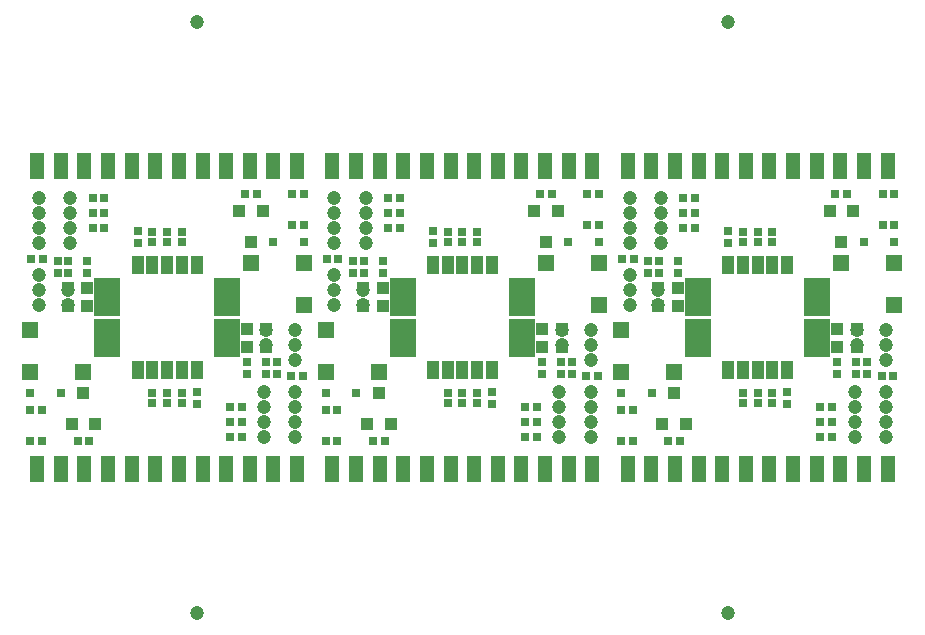
<source format=gts>
G04*
G04 #@! TF.GenerationSoftware,Altium Limited,Altium Designer,21.1.0 (24)*
G04*
G04 Layer_Color=8388736*
%FSLAX25Y25*%
%MOIN*%
G70*
G04*
G04 #@! TF.SameCoordinates,3801A82C-AC67-41FB-AA52-F7C80330A8D8*
G04*
G04*
G04 #@! TF.FilePolarity,Negative*
G04*
G01*
G75*
%ADD39R,0.04417X0.08394*%
%ADD40C,0.04737*%
%ADD41R,0.02769X0.03162*%
%ADD42R,0.04343X0.03950*%
%ADD43R,0.03950X0.05918*%
%ADD44R,0.09068X0.12611*%
%ADD45R,0.03162X0.02769*%
%ADD46R,0.05524X0.05524*%
%ADD47R,0.04816X0.08792*%
%ADD48R,0.02756X0.02559*%
%ADD49R,0.03123X0.02572*%
%ADD50R,0.03950X0.04343*%
D39*
X202755Y87240D02*
D03*
X210629D02*
D03*
X218503D02*
D03*
X226377D02*
D03*
X234251D02*
D03*
X242125D02*
D03*
X249999D02*
D03*
X257873D02*
D03*
X265747D02*
D03*
X273621D02*
D03*
X281495D02*
D03*
X289369D02*
D03*
X104330D02*
D03*
X112204D02*
D03*
X120078D02*
D03*
X127952D02*
D03*
X135826D02*
D03*
X143700D02*
D03*
X151574D02*
D03*
X159448D02*
D03*
X167322D02*
D03*
X175196D02*
D03*
X183070D02*
D03*
X190944D02*
D03*
X5905D02*
D03*
X13779D02*
D03*
X21653D02*
D03*
X29527D02*
D03*
X37401D02*
D03*
X45275D02*
D03*
X53149D02*
D03*
X61023D02*
D03*
X68897D02*
D03*
X76771D02*
D03*
X84645D02*
D03*
X92519D02*
D03*
X92522Y188350D02*
D03*
X84648D02*
D03*
X76774D02*
D03*
X68900D02*
D03*
X61026D02*
D03*
X53152D02*
D03*
X45278D02*
D03*
X37404D02*
D03*
X29530D02*
D03*
X21656D02*
D03*
X13782D02*
D03*
X5908D02*
D03*
X190947D02*
D03*
X183073D02*
D03*
X175199D02*
D03*
X167325D02*
D03*
X159451D02*
D03*
X151577D02*
D03*
X143703D02*
D03*
X135829D02*
D03*
X127955D02*
D03*
X120081D02*
D03*
X112207D02*
D03*
X104333D02*
D03*
X289372D02*
D03*
X281498D02*
D03*
X273624D02*
D03*
X265750D02*
D03*
X257876D02*
D03*
X250002D02*
D03*
X242128D02*
D03*
X234254D02*
D03*
X226380D02*
D03*
X218506D02*
D03*
X210632D02*
D03*
X202758D02*
D03*
D40*
X236221Y39369D02*
D03*
X59055D02*
D03*
Y236221D02*
D03*
X236221Y236220D02*
D03*
X279134Y133517D02*
D03*
Y128517D02*
D03*
X278347Y108046D02*
D03*
Y113046D02*
D03*
Y98046D02*
D03*
Y103046D02*
D03*
X288780Y123517D02*
D03*
Y128517D02*
D03*
Y133517D02*
D03*
Y108046D02*
D03*
Y113046D02*
D03*
Y98046D02*
D03*
Y103046D02*
D03*
X180709Y133517D02*
D03*
Y128517D02*
D03*
X179922Y108046D02*
D03*
Y113046D02*
D03*
Y98046D02*
D03*
Y103046D02*
D03*
X190355Y123517D02*
D03*
Y128517D02*
D03*
Y133517D02*
D03*
Y108046D02*
D03*
Y113046D02*
D03*
Y98046D02*
D03*
Y103046D02*
D03*
X82284Y133517D02*
D03*
Y128517D02*
D03*
X81497Y108046D02*
D03*
Y113046D02*
D03*
Y98046D02*
D03*
Y103046D02*
D03*
X91930Y123517D02*
D03*
Y128517D02*
D03*
Y133517D02*
D03*
Y108046D02*
D03*
Y113046D02*
D03*
Y98046D02*
D03*
Y103046D02*
D03*
X16143Y142073D02*
D03*
Y147073D02*
D03*
X16930Y167544D02*
D03*
Y162544D02*
D03*
Y177544D02*
D03*
Y172544D02*
D03*
X6497Y152073D02*
D03*
Y147073D02*
D03*
Y142073D02*
D03*
Y167544D02*
D03*
Y162544D02*
D03*
Y177544D02*
D03*
Y172544D02*
D03*
X114568Y142073D02*
D03*
Y147073D02*
D03*
X115355Y167544D02*
D03*
Y162544D02*
D03*
Y177544D02*
D03*
Y172544D02*
D03*
X104922Y152073D02*
D03*
Y147073D02*
D03*
Y142073D02*
D03*
Y167544D02*
D03*
Y162544D02*
D03*
Y177544D02*
D03*
Y172544D02*
D03*
X212993Y142073D02*
D03*
Y147073D02*
D03*
X213780Y167544D02*
D03*
Y162544D02*
D03*
Y177544D02*
D03*
Y172544D02*
D03*
X203347Y152073D02*
D03*
Y147073D02*
D03*
Y142073D02*
D03*
Y167544D02*
D03*
Y162544D02*
D03*
Y177544D02*
D03*
Y172544D02*
D03*
D41*
X272632Y118898D02*
D03*
Y122835D02*
D03*
X278938D02*
D03*
Y118898D02*
D03*
X282599Y122824D02*
D03*
Y118887D02*
D03*
X255906Y109109D02*
D03*
Y113046D02*
D03*
X174206Y118898D02*
D03*
Y122835D02*
D03*
X180512D02*
D03*
Y118898D02*
D03*
X184174Y122824D02*
D03*
Y118887D02*
D03*
X157481Y109109D02*
D03*
Y113046D02*
D03*
X75781Y118898D02*
D03*
Y122835D02*
D03*
X82087D02*
D03*
Y118898D02*
D03*
X85749Y122824D02*
D03*
Y118887D02*
D03*
X59056Y109109D02*
D03*
Y113046D02*
D03*
X22645Y156693D02*
D03*
Y152756D02*
D03*
X16340D02*
D03*
Y156693D02*
D03*
X12678Y152767D02*
D03*
Y156703D02*
D03*
X39371Y166481D02*
D03*
Y162544D02*
D03*
X121071Y156693D02*
D03*
Y152756D02*
D03*
X114765D02*
D03*
Y156693D02*
D03*
X111103Y152767D02*
D03*
Y156703D02*
D03*
X137796Y166481D02*
D03*
Y162544D02*
D03*
X219496Y156693D02*
D03*
Y152756D02*
D03*
X213190D02*
D03*
Y156693D02*
D03*
X209528Y152767D02*
D03*
Y156703D02*
D03*
X236221Y166481D02*
D03*
Y162544D02*
D03*
D42*
X279134Y127966D02*
D03*
Y134069D02*
D03*
X272632Y127980D02*
D03*
Y134082D02*
D03*
X180709Y127966D02*
D03*
Y134069D02*
D03*
X174206Y127980D02*
D03*
Y134082D02*
D03*
X82284Y127966D02*
D03*
Y134069D02*
D03*
X75781Y127980D02*
D03*
Y134082D02*
D03*
X16143Y147624D02*
D03*
Y141522D02*
D03*
X22645Y147611D02*
D03*
Y141508D02*
D03*
X114568Y147624D02*
D03*
Y141522D02*
D03*
X121071Y147611D02*
D03*
Y141508D02*
D03*
X212993Y147624D02*
D03*
Y141522D02*
D03*
X219496Y147611D02*
D03*
Y141508D02*
D03*
D43*
X236221Y120204D02*
D03*
X241143D02*
D03*
X246064D02*
D03*
X250985D02*
D03*
X255906D02*
D03*
X137796D02*
D03*
X142717D02*
D03*
X147639D02*
D03*
X152560D02*
D03*
X157481D02*
D03*
X39371D02*
D03*
X44292D02*
D03*
X49213D02*
D03*
X54135D02*
D03*
X59056D02*
D03*
X59056Y155386D02*
D03*
X54135D02*
D03*
X49213D02*
D03*
X44292D02*
D03*
X39371D02*
D03*
X157481D02*
D03*
X152560D02*
D03*
X147639D02*
D03*
X142717D02*
D03*
X137796D02*
D03*
X255906D02*
D03*
X250985D02*
D03*
X246064D02*
D03*
X241143D02*
D03*
X236221D02*
D03*
D44*
X265946Y131031D02*
D03*
X226182D02*
D03*
X167520D02*
D03*
X127757D02*
D03*
X69095D02*
D03*
X29331D02*
D03*
X29331Y144559D02*
D03*
X69095D02*
D03*
X127757D02*
D03*
X167520D02*
D03*
X226182D02*
D03*
X265946D02*
D03*
D45*
X287402Y118375D02*
D03*
X291339D02*
D03*
X266962Y103046D02*
D03*
X270899D02*
D03*
X266962Y98046D02*
D03*
X270899D02*
D03*
Y108046D02*
D03*
X266962D02*
D03*
X204400Y106874D02*
D03*
X200463D02*
D03*
X204400Y96727D02*
D03*
X200463D02*
D03*
X216211D02*
D03*
X220148D02*
D03*
X188977Y118375D02*
D03*
X192914D02*
D03*
X168537Y103046D02*
D03*
X172474D02*
D03*
X168537Y98046D02*
D03*
X172474D02*
D03*
Y108046D02*
D03*
X168537D02*
D03*
X105975Y106874D02*
D03*
X102038D02*
D03*
X105975Y96727D02*
D03*
X102038D02*
D03*
X117786D02*
D03*
X121723D02*
D03*
X90552Y118375D02*
D03*
X94489D02*
D03*
X70112Y103046D02*
D03*
X74049D02*
D03*
X70112Y98046D02*
D03*
X74049D02*
D03*
Y108046D02*
D03*
X70112D02*
D03*
X7550Y106874D02*
D03*
X3613D02*
D03*
X7550Y96727D02*
D03*
X3613D02*
D03*
X19361D02*
D03*
X23298D02*
D03*
X7875Y157215D02*
D03*
X3938D02*
D03*
X28315Y172544D02*
D03*
X24378D02*
D03*
X28315Y177544D02*
D03*
X24378D02*
D03*
Y167544D02*
D03*
X28315D02*
D03*
X90877Y168717D02*
D03*
X94814D02*
D03*
X90877Y178863D02*
D03*
X94814D02*
D03*
X79066D02*
D03*
X75129D02*
D03*
X106300Y157215D02*
D03*
X102363D02*
D03*
X126740Y172544D02*
D03*
X122803D02*
D03*
X126740Y177544D02*
D03*
X122803D02*
D03*
Y167544D02*
D03*
X126740D02*
D03*
X189302Y168717D02*
D03*
X193239D02*
D03*
X189302Y178863D02*
D03*
X193239D02*
D03*
X177491D02*
D03*
X173554D02*
D03*
X204725Y157215D02*
D03*
X200788D02*
D03*
X225165Y172544D02*
D03*
X221228D02*
D03*
X225165Y177544D02*
D03*
X221228D02*
D03*
Y167544D02*
D03*
X225165D02*
D03*
X287727Y168717D02*
D03*
X291664D02*
D03*
X287727Y178863D02*
D03*
X291664D02*
D03*
X275916D02*
D03*
X271979D02*
D03*
D46*
X200463Y133533D02*
D03*
Y119754D02*
D03*
X218180D02*
D03*
X102038Y133533D02*
D03*
Y119754D02*
D03*
X119755D02*
D03*
X3613Y133533D02*
D03*
Y119754D02*
D03*
X21329D02*
D03*
X94814Y142057D02*
D03*
Y155837D02*
D03*
X77097D02*
D03*
X193239Y142057D02*
D03*
Y155837D02*
D03*
X175523D02*
D03*
X291664Y142057D02*
D03*
Y155837D02*
D03*
X273948D02*
D03*
D47*
X202757Y87240D02*
D03*
X210631D02*
D03*
X218505D02*
D03*
X226379D02*
D03*
X234253D02*
D03*
X242127D02*
D03*
X250001D02*
D03*
X257875D02*
D03*
X265749D02*
D03*
X273623D02*
D03*
X281497D02*
D03*
X289371D02*
D03*
X104332D02*
D03*
X112206D02*
D03*
X120080D02*
D03*
X127954D02*
D03*
X135828D02*
D03*
X143702D02*
D03*
X151576D02*
D03*
X159450D02*
D03*
X167324D02*
D03*
X175198D02*
D03*
X183072D02*
D03*
X190946D02*
D03*
X5906D02*
D03*
X13780D02*
D03*
X21654D02*
D03*
X29528D02*
D03*
X37402D02*
D03*
X45276D02*
D03*
X53150D02*
D03*
X61024D02*
D03*
X68898D02*
D03*
X76772D02*
D03*
X84646D02*
D03*
X92520D02*
D03*
X92520Y188350D02*
D03*
X84646D02*
D03*
X76772D02*
D03*
X68898D02*
D03*
X61024D02*
D03*
X53150D02*
D03*
X45276D02*
D03*
X37402D02*
D03*
X29528D02*
D03*
X21654D02*
D03*
X13780D02*
D03*
X5906D02*
D03*
X190946D02*
D03*
X183072D02*
D03*
X175198D02*
D03*
X167324D02*
D03*
X159450D02*
D03*
X151576D02*
D03*
X143702D02*
D03*
X135828D02*
D03*
X127954D02*
D03*
X120080D02*
D03*
X112206D02*
D03*
X104332D02*
D03*
X289371D02*
D03*
X281497D02*
D03*
X273623D02*
D03*
X265749D02*
D03*
X257875D02*
D03*
X250001D02*
D03*
X242127D02*
D03*
X234253D02*
D03*
X226379D02*
D03*
X218505D02*
D03*
X210631D02*
D03*
X202757D02*
D03*
D48*
X250985Y109405D02*
D03*
Y112751D02*
D03*
X246064Y109405D02*
D03*
Y112751D02*
D03*
X241143Y109405D02*
D03*
Y112751D02*
D03*
X152560Y109405D02*
D03*
Y112751D02*
D03*
X147639Y109405D02*
D03*
Y112751D02*
D03*
X142717Y109405D02*
D03*
Y112751D02*
D03*
X54135Y109405D02*
D03*
Y112751D02*
D03*
X49213Y109405D02*
D03*
Y112751D02*
D03*
X44292Y109405D02*
D03*
Y112751D02*
D03*
X44292Y166186D02*
D03*
Y162839D02*
D03*
X49213Y166186D02*
D03*
Y162839D02*
D03*
X54135Y166186D02*
D03*
Y162839D02*
D03*
X142717Y166186D02*
D03*
Y162839D02*
D03*
X147639Y166186D02*
D03*
Y162839D02*
D03*
X152560Y166186D02*
D03*
Y162839D02*
D03*
X241143Y166186D02*
D03*
Y162839D02*
D03*
X246064Y166186D02*
D03*
Y162839D02*
D03*
X250985Y166186D02*
D03*
Y162839D02*
D03*
D49*
X210699Y112602D02*
D03*
X200463D02*
D03*
X112274D02*
D03*
X102038D02*
D03*
X13849D02*
D03*
X3613D02*
D03*
X84578Y162989D02*
D03*
X94814D02*
D03*
X183003D02*
D03*
X193239D02*
D03*
X281428D02*
D03*
X291664D02*
D03*
D50*
X214243Y102202D02*
D03*
X222117D02*
D03*
X218180Y112602D02*
D03*
X115817Y102202D02*
D03*
X123691D02*
D03*
X119755Y112602D02*
D03*
X17392Y102202D02*
D03*
X25266D02*
D03*
X21329Y112602D02*
D03*
X81034Y173389D02*
D03*
X73160D02*
D03*
X77097Y162989D02*
D03*
X179460Y173389D02*
D03*
X171586D02*
D03*
X175523Y162989D02*
D03*
X277885Y173389D02*
D03*
X270011D02*
D03*
X273948Y162989D02*
D03*
M02*

</source>
